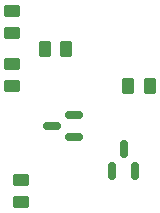
<source format=gbr>
G04 #@! TF.GenerationSoftware,KiCad,Pcbnew,8.0.6*
G04 #@! TF.CreationDate,2025-03-14T18:00:41+01:00*
G04 #@! TF.ProjectId,TENG_PCB,54454e47-5f50-4434-922e-6b696361645f,rev?*
G04 #@! TF.SameCoordinates,Original*
G04 #@! TF.FileFunction,Paste,Top*
G04 #@! TF.FilePolarity,Positive*
%FSLAX46Y46*%
G04 Gerber Fmt 4.6, Leading zero omitted, Abs format (unit mm)*
G04 Created by KiCad (PCBNEW 8.0.6) date 2025-03-14 18:00:41*
%MOMM*%
%LPD*%
G01*
G04 APERTURE LIST*
G04 Aperture macros list*
%AMRoundRect*
0 Rectangle with rounded corners*
0 $1 Rounding radius*
0 $2 $3 $4 $5 $6 $7 $8 $9 X,Y pos of 4 corners*
0 Add a 4 corners polygon primitive as box body*
4,1,4,$2,$3,$4,$5,$6,$7,$8,$9,$2,$3,0*
0 Add four circle primitives for the rounded corners*
1,1,$1+$1,$2,$3*
1,1,$1+$1,$4,$5*
1,1,$1+$1,$6,$7*
1,1,$1+$1,$8,$9*
0 Add four rect primitives between the rounded corners*
20,1,$1+$1,$2,$3,$4,$5,0*
20,1,$1+$1,$4,$5,$6,$7,0*
20,1,$1+$1,$6,$7,$8,$9,0*
20,1,$1+$1,$8,$9,$2,$3,0*%
G04 Aperture macros list end*
%ADD10RoundRect,0.250000X-0.450000X0.262500X-0.450000X-0.262500X0.450000X-0.262500X0.450000X0.262500X0*%
%ADD11RoundRect,0.150000X0.150000X-0.587500X0.150000X0.587500X-0.150000X0.587500X-0.150000X-0.587500X0*%
%ADD12RoundRect,0.250000X0.262500X0.450000X-0.262500X0.450000X-0.262500X-0.450000X0.262500X-0.450000X0*%
%ADD13RoundRect,0.250000X-0.262500X-0.450000X0.262500X-0.450000X0.262500X0.450000X-0.262500X0.450000X0*%
%ADD14RoundRect,0.150000X0.587500X0.150000X-0.587500X0.150000X-0.587500X-0.150000X0.587500X-0.150000X0*%
G04 APERTURE END LIST*
D10*
X137740000Y-84147500D03*
X137740000Y-85972500D03*
D11*
X145480000Y-83385000D03*
X147380000Y-83385000D03*
X146430000Y-81510000D03*
D12*
X148650000Y-76170000D03*
X146825000Y-76170000D03*
D10*
X137000000Y-69837500D03*
X137000000Y-71662500D03*
D13*
X139727500Y-73050000D03*
X141552500Y-73050000D03*
D14*
X142250000Y-80520000D03*
X142250000Y-78620000D03*
X140375000Y-79570000D03*
D10*
X136980000Y-74307500D03*
X136980000Y-76132500D03*
M02*

</source>
